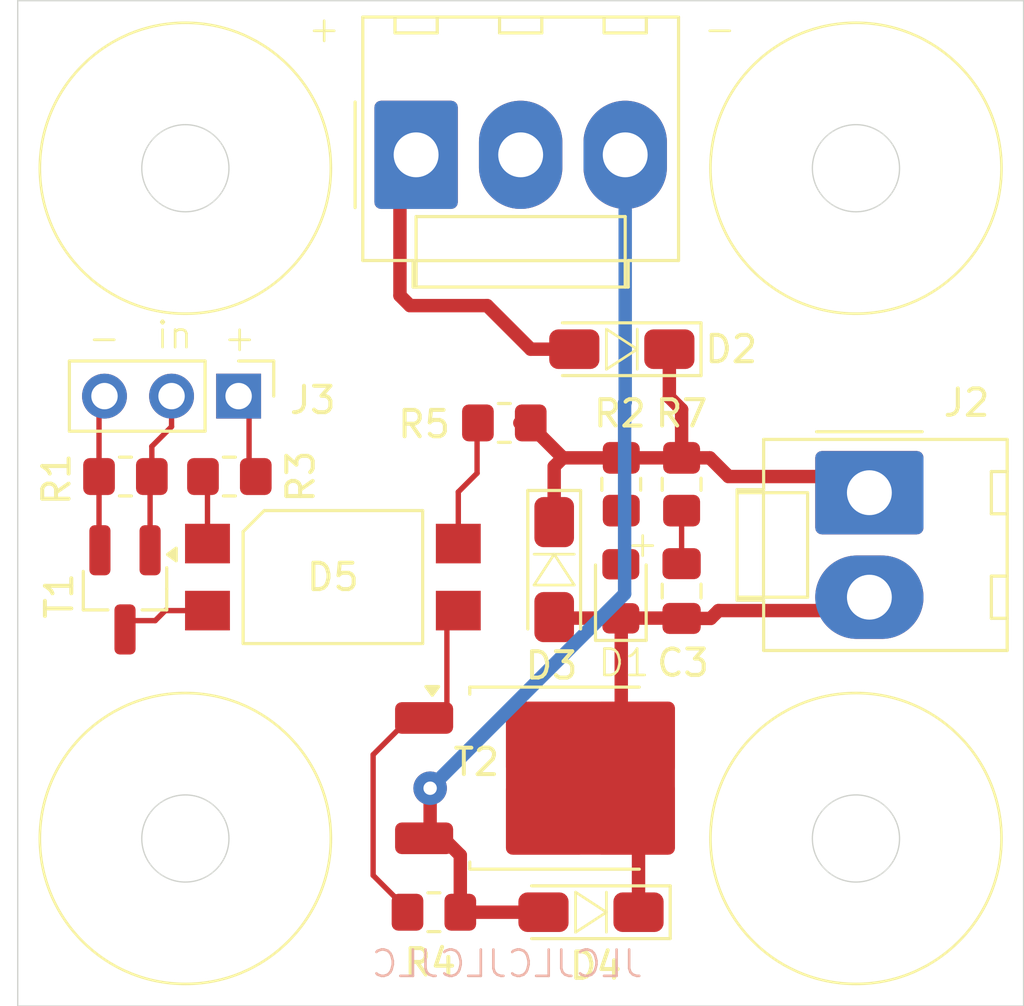
<source format=kicad_pcb>
(kicad_pcb (version 20240108) (generator "pcbnew") (generator_version "8.0")
  (layers (0 "F.Cu" signal) (31 "B.Cu" signal) (34 "B.Paste" user) (35 "F.Paste" user) (36 "B.SilkS" user "B.Silkscreen") (37 "F.SilkS" user "F.Silkscreen") (38 "B.Mask" user) (39 "F.Mask" user) (44 "Edge.Cuts" user))
  (net 0 "")
  (net 1 "Net-(J3-Pin_3)")
  (net 2 "Net-(J3-Pin_2)")
  (net 3 "Net-(J3-Pin_1)")
  (net 4 "Net-(C3-Pad1)")
  (net 6 "Net-(D5-D+)")
  (net 7 "Net-(T2-B)")
  (net 8 "Net-(D5-C-Pad4)")
  (net 9 "Net-(D5-D-)")
  (net 10 "Net-(D2-K)")
  (net 11 "Net-(D1-K)")
  (net 12 "Net-(D4-A)")
  (net 13 "Net-(D2-A)")
  (net 14 "Net-(D1-A)")
  (footprint "Resistor_SMD:R_0805_2012Metric_Pad1.20x1.40mm_HandSolder" (layer "F.Cu") (at 73.93 37.084 180)
    (property "Reference" "R1" (at 2.6068 -0.1016 -90) (layer "F.SilkS"))
    (property "Value" "100k")
    (fp_line (start -0.227064 0.735) (end 0.227064 0.735) (stroke (width 0.12)) (layer "F.SilkS"))
    (fp_line (start -0.227064 -0.735) (end 0.227064 -0.735) (stroke (width 0.12)) (layer "F.SilkS"))
    (pad "1" smd roundrect (at -1 0 180) (size 1.2 1.4) (layers "F.Cu" "F.Paste" "F.Mask") (roundrect_rratio 0.208333) (net 2 "Net-(J3-Pin_2)"))
    (pad "2" smd roundrect (at 1 0 180) (size 1.2 1.4) (layers "F.Cu" "F.Paste" "F.Mask") (roundrect_rratio 0.208333) (net 1 "Net-(J3-Pin_3)"))
  )
  (footprint "Secoh:LED_0805" (layer "F.Cu") (at 92.71 41.4235 90)
    (property "Reference" "D1" (at -2.7217 0.1016 0) (layer "F.SilkS") (effects (font (thickness 0.1))))
    (property "Value" "LED")
    (fp_line (start 0.9906 -0.9758) (end -1.8694 -0.9758) (stroke (width 0.12)) (layer "F.SilkS"))
    (fp_line (start -1.8694 -0.9758) (end -1.8694 0.9442) (stroke (width 0.12)) (layer "F.SilkS"))
    (fp_line (start -1.8694 0.9442) (end 0.9906 0.9442) (stroke (width 0.12)) (layer "F.SilkS"))
    (fp_text user "+" (at 1.0375 1.3208 90) (layer "F.SilkS") (effects (font (thickness 0.1)) (justify left bottom)))
    (pad "1" smd roundrect (at -1.0344 -0.0158 90) (size 1.15 1.4) (layers "F.Cu" "F.Paste" "F.Mask") (roundrect_rratio 0.217391) (net 11 "Net-(D1-K)"))
    (pad "2" smd roundrect (at 1.0156 -0.0158 90) (size 1.15 1.4) (layers "F.Cu" "F.Paste" "F.Mask") (roundrect_rratio 0.217391) (net 14 "Net-(D1-A)"))
  )
  (footprint "Resistor_SMD:R_0805_2012Metric_Pad1.20x1.40mm_HandSolder" (layer "F.Cu") (at 77.867 37.084)
    (property "Reference" "R3" (at 2.7018 0 90) (layer "F.SilkS"))
    (property "Value" "220")
    (fp_line (start -0.227064 -0.735) (end 0.227064 -0.735) (stroke (width 0.12)) (layer "F.SilkS"))
    (fp_line (start -0.227064 0.735) (end 0.227064 0.735) (stroke (width 0.12)) (layer "F.SilkS"))
    (pad "1" smd roundrect (at -1 0) (size 1.2 1.4) (layers "F.Cu" "F.Paste" "F.Mask") (roundrect_rratio 0.208333) (net 6 "Net-(D5-D+)"))
    (pad "2" smd roundrect (at 1 0) (size 1.2 1.4) (layers "F.Cu" "F.Paste" "F.Mask") (roundrect_rratio 0.208333) (net 3 "Net-(J3-Pin_1)"))
  )
  (footprint "Secoh:D_SOD-123F_hand_soldering" (layer "F.Cu") (at 91.564 53.594 180)
    (property "Reference" "D4" (at -0.1808 -2.032 0) (layer "F.SilkS"))
    (property "Value" "SMF36A")
    (fp_line (start 0.5842 0.762) (end -0.5842 0) (stroke (width 0.1)) (layer "F.SilkS"))
    (fp_line (start 0.5842 -0.762) (end 0.5842 0.762) (stroke (width 0.1)) (layer "F.SilkS"))
    (fp_line (start -0.5842 0) (end 0.5842 -0.762) (stroke (width 0.1)) (layer "F.SilkS"))
    (fp_line (start -0.5842 -0.762) (end -0.5842 0.762) (stroke (width 0.1)) (layer "F.SilkS"))
    (fp_line (start -3 1) (end 2.25 1) (stroke (width 0.12)) (layer "F.SilkS"))
    (fp_line (start -3 -1) (end 2.25 -1) (stroke (width 0.12)) (layer "F.SilkS"))
    (fp_line (start -3 -1) (end -3 1) (stroke (width 0.12)) (layer "F.SilkS"))
    (pad "1" smd roundrect (at -1.8 0 180) (size 1.9 1.5) (layers "F.Cu" "F.Paste" "F.Mask") (roundrect_rratio 0.2272727273) (net 11 "Net-(D1-K)"))
    (pad "2" smd roundrect (at 1.8 0 180) (size 1.9 1.5) (layers "F.Cu" "F.Paste" "F.Mask") (roundrect_rratio 0.2272727273) (net 12 "Net-(D4-A)"))
  )
  (footprint "Connector_Molex:Molex_KK-396_A-41791-0003_1x03_P3.96mm_Vertical" (layer "F.Cu") (at 84.94 24.892)
    (property "Reference" "J1" (hide yes))
    (property "Value" "Conn_01x03_Pin")
    (fp_line (start -2.31 -2) (end -2.31 2) (stroke (width 0.12)) (layer "F.SilkS"))
    (fp_line (start -2.02 -5.22) (end 9.94 -5.22) (stroke (width 0.12)) (layer "F.SilkS"))
    (fp_line (start -2.02 4.005) (end -2.02 -5.22) (stroke (width 0.12)) (layer "F.SilkS"))
    (fp_line (start -0.8 -5.22) (end -0.8 -4.62) (stroke (width 0.12)) (layer "F.SilkS"))
    (fp_line (start -0.8 -4.62) (end 0.8 -4.62) (stroke (width 0.12)) (layer "F.SilkS"))
    (fp_line (start -0.115 4.005) (end -2.02 4.005) (stroke (width 0.12)) (layer "F.SilkS"))
    (fp_line (start -0.115 5.01) (end -0.115 4.005) (stroke (width 0.12)) (layer "F.SilkS"))
    (fp_line (start 0 2.34) (end 7.92 2.34) (stroke (width 0.12)) (layer "F.SilkS"))
    (fp_line (start 0 4.01) (end 0 2.34) (stroke (width 0.12)) (layer "F.SilkS"))
    (fp_line (start 0 4.01) (end 7.92 4.01) (stroke (width 0.12)) (layer "F.SilkS"))
    (fp_line (start 0 5.01) (end 0 4.01) (stroke (width 0.12)) (layer "F.SilkS"))
    (fp_line (start 0.8 -4.62) (end 0.8 -5.22) (stroke (width 0.12)) (layer "F.SilkS"))
    (fp_line (start 3.16 -5.22) (end 3.16 -4.62) (stroke (width 0.12)) (layer "F.SilkS"))
    (fp_line (start 3.16 -4.62) (end 4.76 -4.62) (stroke (width 0.12)) (layer "F.SilkS"))
    (fp_line (start 4.76 -4.62) (end 4.76 -5.22) (stroke (width 0.12)) (layer "F.SilkS"))
    (fp_line (start 7.12 -5.22) (end 7.12 -4.62) (stroke (width 0.12)) (layer "F.SilkS"))
    (fp_line (start 7.12 -4.62) (end 8.72 -4.62) (stroke (width 0.12)) (layer "F.SilkS"))
    (fp_line (start 7.92 2.34) (end 7.92 4.01) (stroke (width 0.12)) (layer "F.SilkS"))
    (fp_line (start 7.92 4.01) (end 7.92 5.01) (stroke (width 0.12)) (layer "F.SilkS"))
    (fp_line (start 8.035 4.005) (end 8.035 5.01) (stroke (width 0.12)) (layer "F.SilkS"))
    (fp_line (start 8.035 5.01) (end -0.115 5.01) (stroke (width 0.12)) (layer "F.SilkS"))
    (fp_line (start 8.72 -4.62) (end 8.72 -5.22) (stroke (width 0.12)) (layer "F.SilkS"))
    (fp_line (start 9.94 -5.22) (end 9.94 4.005) (stroke (width 0.12)) (layer "F.SilkS"))
    (fp_line (start 9.94 4.005) (end 8.035 4.005) (stroke (width 0.12)) (layer "F.SilkS"))
    (pad "1" thru_hole roundrect (at 0 0) (size 3.16 4.1) (drill 1.7) (layers "*.Cu" "*.Mask") (roundrect_rratio 0.079114) (net 13 "Net-(D2-A)"))
    (pad "2" thru_hole oval (at 3.96 0) (size 3.16 4.1) (drill 1.7) (layers "*.Cu" "*.Mask"))
    (pad "3" thru_hole oval (at 7.92 0) (size 3.16 4.1) (drill 1.7) (layers "*.Cu" "*.Mask") (net 12 "Net-(D4-A)"))
  )
  (footprint "Capacitor_SMD:C_0805_2012Metric_Pad1.18x1.45mm_HandSolder" (layer "F.Cu") (at 94.996 41.4235 -90)
    (property "Reference" "C3" (at 2.7217 -0.0508 0) (layer "F.SilkS"))
    (property "Value" "0.1µ")
    (fp_line (start -0.261252 0.735) (end 0.261252 0.735) (stroke (width 0.12)) (layer "F.SilkS"))
    (fp_line (start -0.261252 -0.735) (end 0.261252 -0.735) (stroke (width 0.12)) (layer "F.SilkS"))
    (pad "1" smd roundrect (at -1.0375 0 270) (size 1.175 1.45) (layers "F.Cu" "F.Paste" "F.Mask") (roundrect_rratio 0.212766) (net 4 "Net-(C3-Pad1)"))
    (pad "2" smd roundrect (at 1.0375 0 270) (size 1.175 1.45) (layers "F.Cu" "F.Paste" "F.Mask") (roundrect_rratio 0.212766) (net 11 "Net-(D1-K)"))
  )
  (footprint "Secoh:APC-817-SL" (layer "F.Cu") (at 81.788 40.894 -90)
    (property "Reference" "D5" (at 0 0 0) (layer "F.SilkS"))
    (property "Value" "PC817B")
    (fp_line (start -1.72 3.4) (end -2.52 2.6) (stroke (width 0.12)) (layer "F.SilkS"))
    (fp_line (start 2.52 3.4) (end -1.72 3.4) (stroke (width 0.12)) (layer "F.SilkS"))
    (fp_line (start -2.52 2.6) (end -2.52 -3.4) (stroke (width 0.12)) (layer "F.SilkS"))
    (fp_line (start -2.52 -3.4) (end 2.52 -3.4) (stroke (width 0.12)) (layer "F.SilkS"))
    (fp_line (start 2.52 -3.4) (end 2.52 3.4) (stroke (width 0.12)) (layer "F.SilkS"))
    (pad "1" smd rect (at -1.27 4.75 270) (size 1.5 1.7) (layers "F.Cu" "F.Paste" "F.Mask") (net 6 "Net-(D5-D+)"))
    (pad "2" smd rect (at 1.27 4.75 270) (size 1.5 1.7) (layers "F.Cu" "F.Paste" "F.Mask") (net 9 "Net-(D5-D-)"))
    (pad "3" smd rect (at 1.27 -4.75 270) (size 1.5 1.7) (layers "F.Cu" "F.Paste" "F.Mask") (net 7 "Net-(T2-B)"))
    (pad "4" smd rect (at -1.27 -4.75 270) (size 1.5 1.7) (layers "F.Cu" "F.Paste" "F.Mask") (net 8 "Net-(D5-C-Pad4)"))
  )
  (footprint "Package_TO_SOT_SMD:TO-252-2" (layer "F.Cu") (at 90.283 48.513)
    (property "Reference" "T2" (at -3.0594 -0.6086 0) (layer "F.SilkS"))
    (property "Value" "2SCR587D3")
    (fp_line (start -3.31 -3.45) (end -3.31 -3.18) (stroke (width 0.12)) (layer "F.SilkS"))
    (fp_line (start -3.31 3.45) (end -3.31 3.18) (stroke (width 0.12)) (layer "F.SilkS"))
    (fp_line (start 3.11 -3.45) (end -3.31 -3.45) (stroke (width 0.12)) (layer "F.SilkS"))
    (fp_line (start 3.11 3.45) (end -3.31 3.45) (stroke (width 0.12)) (layer "F.SilkS"))
    (fp_poly (pts (xy -4.73 -3.14) (xy -4.97 -3.47) (xy -4.49 -3.47) (xy -4.73 -3.14)) (stroke (width 0.12)) (fill solid) (layer "F.SilkS"))
    (pad "1" smd roundrect (at -5.04 -2.28) (size 2.2 1.2) (layers "F.Cu" "F.Paste" "F.Mask") (roundrect_rratio 0.208333) (net 7 "Net-(T2-B)"))
    (pad "2" smd roundrect (at -0.415 -1.525) (size 3.05 2.75) (layers "F.Cu" "F.Paste") (roundrect_rratio 0.090909) (net 11 "Net-(D1-K)"))
    (pad "2" smd roundrect (at -0.415 1.525) (size 3.05 2.75) (layers "F.Cu" "F.Paste") (roundrect_rratio 0.090909) (net 11 "Net-(D1-K)"))
    (pad "2" smd roundrect (at 1.26 0) (size 6.4 5.8) (layers "F.Cu" "F.Mask") (roundrect_rratio 0.043103) (net 11 "Net-(D1-K)"))
    (pad "2" smd roundrect (at 2.935 -1.525) (size 3.05 2.75) (layers "F.Cu" "F.Paste") (roundrect_rratio 0.090909) (net 11 "Net-(D1-K)"))
    (pad "2" smd roundrect (at 2.935 1.525) (size 3.05 2.75) (layers "F.Cu" "F.Paste") (roundrect_rratio 0.090909) (net 11 "Net-(D1-K)"))
    (pad "3" smd roundrect (at -5.04 2.28) (size 2.2 1.2) (layers "F.Cu" "F.Paste" "F.Mask") (roundrect_rratio 0.208333) (net 12 "Net-(D4-A)"))
  )
  (footprint "Connector_Molex:Molex_KK-396_A-41791-0002_1x02_P3.96mm_Vertical" (layer "F.Cu") (at 102.108 37.696 -90)
    (property "Reference" "J2" (at -3.406 -3.683 0) (layer "F.SilkS"))
    (property "Value" "Conn_01x02_Pin")
    (fp_line (start -0.115 5.01) (end -0.115 4.005) (stroke (width 0.12)) (layer "F.SilkS"))
    (fp_line (start 0 5.01) (end 0 4.01) (stroke (width 0.12)) (layer "F.SilkS"))
    (fp_line (start 4.075 5.01) (end -0.115 5.01) (stroke (width 0.12)) (layer "F.SilkS"))
    (fp_line (start 0 4.01) (end 3.96 4.01) (stroke (width 0.12)) (layer "F.SilkS"))
    (fp_line (start 0 4.01) (end 0 2.34) (stroke (width 0.12)) (layer "F.SilkS"))
    (fp_line (start 3.96 4.01) (end 3.96 5.01) (stroke (width 0.12)) (layer "F.SilkS"))
    (fp_line (start -2.02 4.005) (end -2.02 -5.22) (stroke (width 0.12)) (layer "F.SilkS"))
    (fp_line (start -0.115 4.005) (end -2.02 4.005) (stroke (width 0.12)) (layer "F.SilkS"))
    (fp_line (start 4.075 4.005) (end 4.075 5.01) (stroke (width 0.12)) (layer "F.SilkS"))
    (fp_line (start 5.98 4.005) (end 4.075 4.005) (stroke (width 0.12)) (layer "F.SilkS"))
    (fp_line (start 0 2.34) (end 3.96 2.34) (stroke (width 0.12)) (layer "F.SilkS"))
    (fp_line (start 3.96 2.34) (end 3.96 4.01) (stroke (width 0.12)) (layer "F.SilkS"))
    (fp_line (start -2.31 -2) (end -2.31 2) (stroke (width 0.12)) (layer "F.SilkS"))
    (fp_line (start -0.8 -4.62) (end 0.8 -4.62) (stroke (width 0.12)) (layer "F.SilkS"))
    (fp_line (start 0.8 -4.62) (end 0.8 -5.22) (stroke (width 0.12)) (layer "F.SilkS"))
    (fp_line (start 3.16 -4.62) (end 4.76 -4.62) (stroke (width 0.12)) (layer "F.SilkS"))
    (fp_line (start 4.76 -4.62) (end 4.76 -5.22) (stroke (width 0.12)) (layer "F.SilkS"))
    (fp_line (start -2.02 -5.22) (end 5.98 -5.22) (stroke (width 0.12)) (layer "F.SilkS"))
    (fp_line (start -0.8 -5.22) (end -0.8 -4.62) (stroke (width 0.12)) (layer "F.SilkS"))
    (fp_line (start 3.16 -5.22) (end 3.16 -4.62) (stroke (width 0.12)) (layer "F.SilkS"))
    (fp_line (start 5.98 -5.22) (end 5.98 4.005) (stroke (width 0.12)) (layer "F.SilkS"))
    (pad "1" thru_hole roundrect (at 0 0 270) (size 3.16 4.1) (drill 1.7) (layers "*.Cu" "*.Mask") (roundrect_rratio 0.079114) (net 10 "Net-(D2-K)"))
    (pad "2" thru_hole oval (at 3.96 0 270) (size 3.16 4.1) (drill 1.7) (layers "*.Cu" "*.Mask") (net 11 "Net-(D1-K)"))
  )
  (footprint "Secoh:D_SOD-123F_hand_soldering" (layer "F.Cu") (at 92.732 32.258 180)
    (property "Reference" "D2" (at -4.1436 0 0) (layer "F.SilkS"))
    (property "Value" "1N4007")
    (fp_line (start 0.5842 0.762) (end -0.5842 0) (stroke (width 0.1)) (layer "F.SilkS"))
    (fp_line (start 0.5842 -0.762) (end 0.5842 0.762) (stroke (width 0.1)) (layer "F.SilkS"))
    (fp_line (start -0.5842 0) (end 0.5842 -0.762) (stroke (width 0.1)) (layer "F.SilkS"))
    (fp_line (start -0.5842 -0.762) (end -0.5842 0.762) (stroke (width 0.1)) (layer "F.SilkS"))
    (fp_line (start -3 1) (end 2.25 1) (stroke (width 0.12)) (layer "F.SilkS"))
    (fp_line (start -3 -1) (end 2.25 -1) (stroke (width 0.12)) (layer "F.SilkS"))
    (fp_line (start -3 -1) (end -3 1) (stroke (width 0.12)) (layer "F.SilkS"))
    (pad "1" smd roundrect (at -1.8 0 180) (size 1.9 1.5) (layers "F.Cu" "F.Paste" "F.Mask") (roundrect_rratio 0.2272727273) (net 10 "Net-(D2-K)"))
    (pad "2" smd roundrect (at 1.8 0 180) (size 1.9 1.5) (layers "F.Cu" "F.Paste" "F.Mask") (roundrect_rratio 0.2272727273) (net 13 "Net-(D2-A)"))
  )
  (footprint "Resistor_SMD:R_0805_2012Metric_Pad1.20x1.40mm_HandSolder" (layer "F.Cu") (at 92.71 37.3755 90)
    (property "Reference" "R2" (at 2.6791 -0.0508 180) (layer "F.SilkS"))
    (property "Value" "22k")
    (fp_line (start -0.227064 -0.735) (end 0.227064 -0.735) (stroke (width 0.12)) (layer "F.SilkS"))
    (fp_line (start -0.227064 0.735) (end 0.227064 0.735) (stroke (width 0.12)) (layer "F.SilkS"))
    (pad "1" smd roundrect (at -1 0 90) (size 1.2 1.4) (layers "F.Cu" "F.Paste" "F.Mask") (roundrect_rratio 0.208333) (net 14 "Net-(D1-A)"))
    (pad "2" smd roundrect (at 1 0 90) (size 1.2 1.4) (layers "F.Cu" "F.Paste" "F.Mask") (roundrect_rratio 0.208333) (net 10 "Net-(D2-K)"))
  )
  (footprint "Resistor_SMD:R_0805_2012Metric_Pad1.20x1.40mm_HandSolder" (layer "F.Cu") (at 88.281 35.052)
    (property "Reference" "R5" (at -3.0386 0.0508 0) (layer "F.SilkS"))
    (property "Value" "2.2k")
    (fp_line (start -0.227064 -0.735) (end 0.227064 -0.735) (stroke (width 0.12)) (layer "F.SilkS"))
    (fp_line (start -0.227064 0.735) (end 0.227064 0.735) (stroke (width 0.12)) (layer "F.SilkS"))
    (pad "1" smd roundrect (at -1 0) (size 1.2 1.4) (layers "F.Cu" "F.Paste" "F.Mask") (roundrect_rratio 0.208333) (net 8 "Net-(D5-C-Pad4)"))
    (pad "2" smd roundrect (at 1 0) (size 1.2 1.4) (layers "F.Cu" "F.Paste" "F.Mask") (roundrect_rratio 0.208333) (net 10 "Net-(D2-K)"))
  )
  (footprint "Resistor_SMD:R_0805_2012Metric_Pad1.20x1.40mm_HandSolder" (layer "F.Cu") (at 85.614 53.594 180)
    (property "Reference" "R4" (at 0.143 -1.905 180) (layer "F.SilkS"))
    (property "Value" "10k")
    (fp_line (start -0.227064 0.735) (end 0.227064 0.735) (stroke (width 0.12)) (layer "F.SilkS"))
    (fp_line (start -0.227064 -0.735) (end 0.227064 -0.735) (stroke (width 0.12)) (layer "F.SilkS"))
    (pad "1" smd roundrect (at -1 0 180) (size 1.2 1.4) (layers "F.Cu" "F.Paste" "F.Mask") (roundrect_rratio 0.208333) (net 12 "Net-(D4-A)"))
    (pad "2" smd roundrect (at 1 0 180) (size 1.2 1.4) (layers "F.Cu" "F.Paste" "F.Mask") (roundrect_rratio 0.208333) (net 7 "Net-(T2-B)"))
  )
  (footprint "Resistor_SMD:R_0805_2012Metric_Pad1.20x1.40mm_HandSolder" (layer "F.Cu") (at 94.996 37.3755 90)
    (property "Reference" "R7" (at 2.6791 0 180) (layer "F.SilkS"))
    (property "Value" "10k")
    (fp_line (start -0.227064 -0.735) (end 0.227064 -0.735) (stroke (width 0.12)) (layer "F.SilkS"))
    (fp_line (start -0.227064 0.735) (end 0.227064 0.735) (stroke (width 0.12)) (layer "F.SilkS"))
    (pad "1" smd roundrect (at -1 0 90) (size 1.2 1.4) (layers "F.Cu" "F.Paste" "F.Mask") (roundrect_rratio 0.208333) (net 4 "Net-(C3-Pad1)"))
    (pad "2" smd roundrect (at 1 0 90) (size 1.2 1.4) (layers "F.Cu" "F.Paste" "F.Mask") (roundrect_rratio 0.208333) (net 10 "Net-(D2-K)"))
  )
  (footprint "Package_TO_SOT_SMD:SOT-23_Handsoldering" (layer "F.Cu") (at 73.914 41.378 -90)
    (property "Reference" "T1" (at 0.2272 2.4892 90) (layer "F.SilkS"))
    (property "Value" "IRLML0040")
    (fp_line (start 0.76 1.58) (end -0.7 1.58) (stroke (width 0.12)) (layer "F.SilkS"))
    (fp_line (start 0.76 1.58) (end 0.76 0.65) (stroke (width 0.12)) (layer "F.SilkS"))
    (fp_line (start -0.04 -1.58) (end -0.84 -1.58) (stroke (width 0.12)) (layer "F.SilkS"))
    (fp_line (start -0.04 -1.58) (end 0.76 -1.58) (stroke (width 0.12)) (layer "F.SilkS"))
    (fp_line (start 0.76 -1.58) (end 0.76 -0.65) (stroke (width 0.12)) (layer "F.SilkS"))
    (fp_poly (pts (xy -1.34 -1.61) (xy -1.58 -1.94) (xy -1.1 -1.94) (xy -1.34 -1.61)) (stroke (width 0.12)) (fill solid) (layer "F.SilkS"))
    (pad "1" smd roundrect (at -1.5 -0.95 270) (size 1.9 0.8) (layers "F.Cu" "F.Paste" "F.Mask") (net 2 "Net-(J3-Pin_2)"))
    (pad "2" smd roundrect (at -1.5 0.95 270) (size 1.9 0.8) (layers "F.Cu" "F.Paste" "F.Mask") (net 1 "Net-(J3-Pin_3)"))
    (pad "3" smd roundrect (at 1.5 0 270) (size 1.9 0.8) (layers "F.Cu" "F.Paste" "F.Mask") (net 9 "Net-(D5-D-)"))
  )
  (footprint "Secoh:D_SOD-123F_hand_soldering" (layer "F.Cu") (at 90.17 40.6112 -90)
    (property "Reference" "D3" (at 3.6356 0.1016 0) (layer "F.SilkS"))
    (property "Value" "1N4007")
    (fp_line (start -3 1) (end 2.25 1) (stroke (width 0.12)) (layer "F.SilkS"))
    (fp_line (start 0.5842 0.762) (end -0.5842 0) (stroke (width 0.1)) (layer "F.SilkS"))
    (fp_line (start -0.5842 0) (end 0.5842 -0.762) (stroke (width 0.1)) (layer "F.SilkS"))
    (fp_line (start -0.5842 -0.762) (end -0.5842 0.762) (stroke (width 0.1)) (layer "F.SilkS"))
    (fp_line (start 0.5842 -0.762) (end 0.5842 0.762) (stroke (width 0.1)) (layer "F.SilkS"))
    (fp_line (start -3 -1) (end -3 1) (stroke (width 0.12)) (layer "F.SilkS"))
    (fp_line (start -3 -1) (end 2.25 -1) (stroke (width 0.12)) (layer "F.SilkS"))
    (pad "1" smd roundrect (at -1.8 0 270) (size 1.9 1.5) (layers "F.Cu" "F.Paste" "F.Mask") (roundrect_rratio 0.2272727273) (net 10 "Net-(D2-K)"))
    (pad "2" smd roundrect (at 1.8 0 270) (size 1.9 1.5) (layers "F.Cu" "F.Paste" "F.Mask") (roundrect_rratio 0.2272727273) (net 11 "Net-(D1-K)"))
  )
  (footprint "Connector_PinHeader_2.54mm:PinHeader_1x03_P2.54mm_Vertical" (layer "F.Cu") (at 78.217 34.036 -90)
    (property "Reference" "J3" (at 0.1524 -2.809 180) (layer "F.SilkS"))
    (property "Value" "Conn_01x03_Pin")
    (fp_line (start -1.33 6.41) (end 1.33 6.41) (stroke (width 0.12)) (layer "F.SilkS"))
    (fp_line (start -1.33 1.27) (end -1.33 6.41) (stroke (width 0.12)) (layer "F.SilkS"))
    (fp_line (start -1.33 1.27) (end 1.33 1.27) (stroke (width 0.12)) (layer "F.SilkS"))
    (fp_line (start 1.33 1.27) (end 1.33 6.41) (stroke (width 0.12)) (layer "F.SilkS"))
    (fp_line (start -1.33 0) (end -1.33 -1.33) (stroke (width 0.12)) (layer "F.SilkS"))
    (fp_line (start -1.33 -1.33) (end 0 -1.33) (stroke (width 0.12)) (layer "F.SilkS"))
    (pad "1" thru_hole rect (at 0 0 270) (size 1.7 1.7) (drill 1) (layers "*.Cu" "*.Mask") (net 3 "Net-(J3-Pin_1)"))
    (pad "2" thru_hole oval (at 0 2.54 270) (size 1.7 1.7) (drill 1) (layers "*.Cu" "*.Mask") (net 2 "Net-(J3-Pin_2)"))
    (pad "3" thru_hole oval (at 0 5.08 270) (size 1.7 1.7) (drill 1) (layers "*.Cu" "*.Mask") (net 1 "Net-(J3-Pin_3)"))
  )
  (gr_circle (center 101.6 25.4) (end 107.1118 25.4) (stroke (width 0.1)) (fill none) (layer "F.SilkS"))
  (gr_circle (center 76.2 25.4) (end 81.7118 25.4) (stroke (width 0.1)) (fill none) (layer "F.SilkS"))
  (gr_circle (center 101.6 50.8) (end 107.1118 50.8) (stroke (width 0.1)) (fill none) (layer "F.SilkS"))
  (gr_circle (center 76.2 50.8) (end 81.7118 50.8) (stroke (width 0.1)) (fill none) (layer "F.SilkS"))
  (gr_circle (center 101.6 50.8) (end 103.251 50.8) (stroke (width 0.05)) (fill none) (layer "Edge.Cuts"))
  (gr_line (start 107.95 19.05) (end 107.95 57.15) (stroke (width 0.05)) (layer "Edge.Cuts"))
  (gr_line (start 107.95 57.15) (end 69.85 57.15) (stroke (width 0.05)) (layer "Edge.Cuts"))
  (gr_line (start 69.85 57.15) (end 69.85 19.05) (stroke (width 0.05)) (layer "Edge.Cuts"))
  (gr_circle (center 76.2 50.8) (end 77.851 50.8) (stroke (width 0.05)) (fill none) (layer "Edge.Cuts"))
  (gr_line (start 69.85 19.05) (end 107.95 19.05) (stroke (width 0.05)) (layer "Edge.Cuts"))
  (gr_circle (center 101.6 25.4) (end 103.251 25.4) (stroke (width 0.05)) (fill none) (layer "Edge.Cuts"))
  (gr_circle (center 76.2 25.4) (end 77.851 25.4) (stroke (width 0.05)) (fill none) (layer "Edge.Cuts"))
  (gr_text "JLCJLCJLCJLC" (at 93.599 56.134 0) (layer "B.SilkS") (effects (font (size 1 1) (thickness 0.1)) (justify left bottom mirror)))
  (gr_text "-" (at 72.4408 32.4104 0) (layer "F.SilkS") (effects (font (size 1 1) (thickness 0.1)) (justify left bottom)))
  (gr_text "-" (at 95.758 20.701 0) (layer "F.SilkS") (effects (font (size 1 1) (thickness 0.1)) (justify left bottom)))
  (gr_text "+" (at 80.772 20.701 0) (layer "F.SilkS") (effects (font (size 1 1) (thickness 0.1)) (justify left bottom)))
  (gr_text "in" (at 75.0316 32.3088 0) (layer "F.SilkS") (effects (font (size 1 1) (thickness 0.1)) (justify left bottom)))
  (gr_text "+" (at 77.5716 32.4104 0) (layer "F.SilkS") (effects (font (size 1 1) (thickness 0.1)) (justify left bottom)))
  (segment (start 72.93 37.084) (end 72.93 34.243) (width 0.2032) (layer "F.Cu") (net 1))
  (segment (start 72.93 34.243) (end 73.137 34.036) (width 0.2032) (layer "F.Cu") (net 1))
  (segment (start 72.93 37.084) (end 72.93 39.844) (width 0.2032) (layer "F.Cu") (net 1))
  (segment (start 72.93 39.844) (end 72.964 39.878) (width 0.2032) (layer "F.Cu") (net 1))
  (segment (start 75.677 35.194) (end 75.677 34.036) (width 0.2032) (layer "F.Cu") (net 2))
  (segment (start 74.93 37.084) (end 74.93 35.941) (width 0.2032) (layer "F.Cu") (net 2))
  (segment (start 74.93 35.941) (end 75.677 35.194) (width 0.2032) (layer "F.Cu") (net 2))
  (segment (start 74.864 37.15) (end 74.93 37.084) (width 0.2032) (layer "F.Cu") (net 2))
  (segment (start 74.864 39.878) (end 74.864 37.15) (width 0.2032) (layer "F.Cu") (net 2))
  (segment (start 78.613 36.83) (end 78.613 34.432) (width 0.2032) (layer "F.Cu") (net 3))
  (segment (start 78.613 34.432) (end 78.217 34.036) (width 0.2032) (layer "F.Cu") (net 3))
  (segment (start 78.867 37.084) (end 78.613 36.83) (width 0.2032) (layer "F.Cu") (net 3))
  (segment (start 94.996 38.3755) (end 94.996 40.386) (width 0.2032) (layer "F.Cu") (net 4))
  (segment (start 77.038 37.262) (end 77.216 37.084) (width 0.2032) (layer "F.Cu") (net 6))
  (segment (start 77.038 39.624) (end 77.038 37.262) (width 0.2032) (layer "F.Cu") (net 6))
  (segment (start 86.538 42.164) (end 86.106 42.596) (width 0.2032) (layer "F.Cu") (net 7))
  (segment (start 86.106 46.228) (end 86.101 46.233) (width 0.2032) (layer "F.Cu") (net 7))
  (segment (start 86.101 46.233) (end 85.243 46.233) (width 0.2032) (layer "F.Cu") (net 7))
  (segment (start 83.312 47.625) (end 84.704 46.233) (width 0.2032) (layer "F.Cu") (net 7))
  (segment (start 86.106 42.596) (end 86.106 46.228) (width 0.2032) (layer "F.Cu") (net 7))
  (segment (start 84.704 46.233) (end 85.243 46.233) (width 0.2032) (layer "F.Cu") (net 7))
  (segment (start 84.614 53.594) (end 84.614 53.499) (width 0.2032) (layer "F.Cu") (net 7))
  (segment (start 84.614 53.499) (end 83.312 52.197) (width 0.2032) (layer "F.Cu") (net 7))
  (segment (start 83.312 52.197) (end 83.312 47.625) (width 0.2032) (layer "F.Cu") (net 7))
  (segment (start 87.249 35.433) (end 87.249 36.957) (width 0.2032) (layer "F.Cu") (net 8))
  (segment (start 87.249 36.957) (end 86.538 37.668) (width 0.2032) (layer "F.Cu") (net 8))
  (segment (start 86.868 35.052) (end 87.249 35.433) (width 0.2032) (layer "F.Cu") (net 8))
  (segment (start 86.538 37.668) (end 86.538 39.624) (width 0.2032) (layer "F.Cu") (net 8))
  (segment (start 77.038 42.164) (end 75.438 42.164) (width 0.2032) (layer "F.Cu") (net 9))
  (segment (start 75.057 42.545) (end 74.247 42.545) (width 0.2032) (layer "F.Cu") (net 9))
  (segment (start 75.438 42.164) (end 75.057 42.545) (width 0.2032) (layer "F.Cu") (net 9))
  (segment (start 74.247 42.545) (end 73.914 42.878) (width 0.2032) (layer "F.Cu") (net 9))
  (segment (start 88.868 35.052) (end 89.174 35.052) (width 0.508) (layer "F.Cu") (net 10))
  (segment (start 96.774 37.084) (end 101.496 37.084) (width 0.508) (layer "F.Cu") (net 10))
  (segment (start 92.71 36.3755) (end 90.4975 36.3755) (width 0.508) (layer "F.Cu") (net 10))
  (segment (start 92.71 36.3755) (end 94.996 36.3755) (width 0.508) (layer "F.Cu") (net 10))
  (segment (start 94.996 34.544) (end 94.996 36.3755) (width 0.508) (layer "F.Cu") (net 10))
  (segment (start 94.996 36.3755) (end 96.0655 36.3755) (width 0.508) (layer "F.Cu") (net 10))
  (segment (start 89.174 35.052) (end 90.4975 36.3755) (width 0.508) (layer "F.Cu") (net 10))
  (segment (start 94.532 34.08) (end 94.996 34.544) (width 0.508) (layer "F.Cu") (net 10))
  (segment (start 96.0655 36.3755) (end 96.774 37.084) (width 0.508) (layer "F.Cu") (net 10))
  (segment (start 90.17 36.703) (end 90.17 38.354) (width 0.508) (layer "F.Cu") (net 10))
  (segment (start 94.532 32.258) (end 94.532 34.08) (width 0.508) (layer "F.Cu") (net 10))
  (segment (start 101.496 37.084) (end 102.108 37.696) (width 0.508) (layer "F.Cu") (net 10))
  (segment (start 90.4975 36.3755) (end 90.17 36.703) (width 0.508) (layer "F.Cu") (net 10))
  (segment (start 93.364 50.184) (end 93.218 50.038) (width 0.508) (layer "F.Cu") (net 11))
  (segment (start 92.71 42.4485) (end 94.9835 42.4485) (width 0.508) (layer "F.Cu") (net 11))
  (segment (start 101.6 42.164) (end 102.108 41.656) (width 0.508) (layer "F.Cu") (net 11))
  (segment (start 94.9835 42.4485) (end 94.996 42.461) (width 0.508) (layer "F.Cu") (net 11))
  (segment (start 92.71 42.4485) (end 92.71 46.48) (width 0.508) (layer "F.Cu") (net 11))
  (segment (start 94.996 42.461) (end 96.096 42.461) (width 0.508) (layer "F.Cu") (net 11))
  (segment (start 96.393 42.164) (end 101.6 42.164) (width 0.508) (layer "F.Cu") (net 11))
  (segment (start 92.71 42.4485) (end 90.6645 42.4485) (width 0.508) (layer "F.Cu") (net 11))
  (segment (start 93.364 53.594) (end 93.364 50.184) (width 0.508) (layer "F.Cu") (net 11))
  (segment (start 96.096 42.461) (end 96.393 42.164) (width 0.508) (layer "F.Cu") (net 11))
  (segment (start 92.71 46.48) (end 93.218 46.988) (width 0.508) (layer "F.Cu") (net 11))
  (segment (start 90.6645 42.4485) (end 90.17 41.954) (width 0.508) (layer "F.Cu") (net 11))
  (segment (start 85.471 50.565) (end 85.471 48.895) (width 0.508) (layer "F.Cu") (net 12))
  (segment (start 85.972 50.793) (end 85.243 50.793) (width 0.508) (layer "F.Cu") (net 12))
  (segment (start 86.614 53.594) (end 86.614 51.435) (width 0.508) (layer "F.Cu") (net 12))
  (segment (start 86.614 53.594) (end 89.764 53.594) (width 0.508) (layer "F.Cu") (net 12))
  (segment (start 85.243 50.793) (end 85.471 50.565) (width 0.508) (layer "F.Cu") (net 12))
  (segment (start 86.614 51.435) (end 85.972 50.793) (width 0.508) (layer "F.Cu") (net 12))
  (via (at 85.471 48.895) (size 1.27) (drill 0.508) (layers "F.Cu" "B.Cu") (net 12))
  (segment (start 85.471 48.895) (end 92.837 41.529) (width 0.508) (layer "B.Cu") (net 12))
  (segment (start 92.86 34.267) (end 92.86 24.892) (width 0.508) (layer "B.Cu") (net 12))
  (segment (start 92.837 34.29) (end 92.86 34.267) (width 0.508) (layer "B.Cu") (net 12))
  (segment (start 92.837 41.529) (end 92.837 34.29) (width 0.508) (layer "B.Cu") (net 12))
  (segment (start 89.281 32.258) (end 87.63 30.607) (width 0.508) (layer "F.Cu") (net 13))
  (segment (start 84.328 25.504) (end 84.94 24.892) (width 0.508) (layer "F.Cu") (net 13))
  (segment (start 90.932 32.258) (end 89.281 32.258) (width 0.508) (layer "F.Cu") (net 13))
  (segment (start 84.328 30.226) (end 84.328 25.504) (width 0.508) (layer "F.Cu") (net 13))
  (segment (start 87.63 30.607) (end 84.709 30.607) (width 0.508) (layer "F.Cu") (net 13))
  (segment (start 84.709 30.607) (end 84.328 30.226) (width 0.508) (layer "F.Cu") (net 13))
  (segment (start 92.71 38.3755) (end 92.71 40.3985) (width 0.2032) (layer "F.Cu") (net 14))
)
</source>
